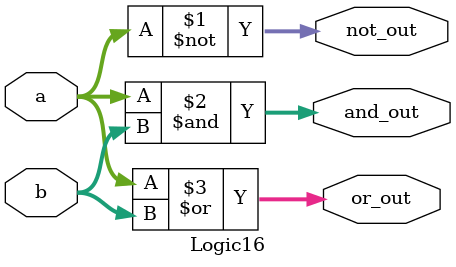
<source format=v>

module Logic16(
    input [15:0] a, b,
    output [15:0] not_out, and_out, or_out
);
    assign not_out = ~a;
    assign and_out = a & b;
    assign or_out = a | b;
endmodule

</source>
